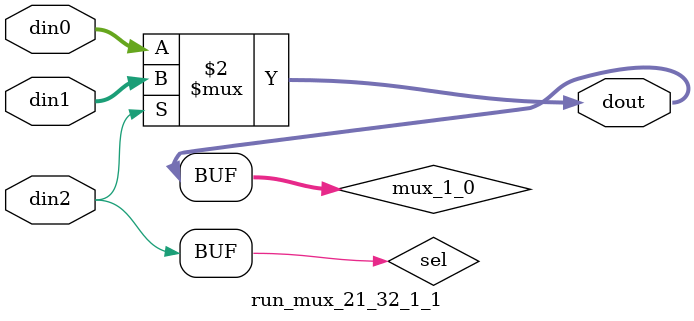
<source format=v>

`timescale 1ns/1ps

module run_mux_21_32_1_1 #(
parameter
    ID                = 0,
    NUM_STAGE         = 1,
    din0_WIDTH       = 32,
    din1_WIDTH       = 32,
    din2_WIDTH         = 32,
    dout_WIDTH            = 32
)(
    input  [31 : 0]     din0,
    input  [31 : 0]     din1,
    input  [0 : 0]    din2,
    output [31 : 0]   dout);

// puts internal signals
wire [0 : 0]     sel;
// level 1 signals
wire [31 : 0]         mux_1_0;

assign sel = din2;

// Generate level 1 logic
assign mux_1_0 = (sel[0] == 0)? din0 : din1;

// output logic
assign dout = mux_1_0;

endmodule

</source>
